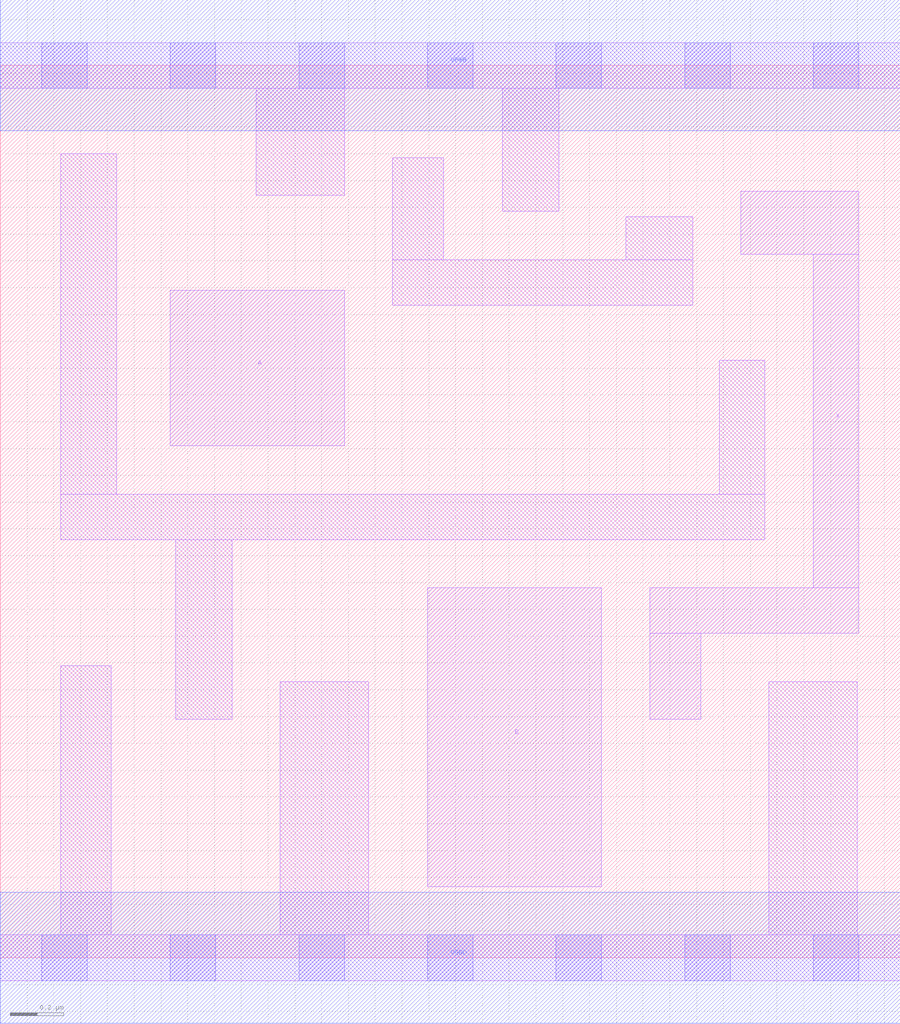
<source format=lef>
# Copyright 2020 The SkyWater PDK Authors
#
# Licensed under the Apache License, Version 2.0 (the "License");
# you may not use this file except in compliance with the License.
# You may obtain a copy of the License at
#
#     https://www.apache.org/licenses/LICENSE-2.0
#
# Unless required by applicable law or agreed to in writing, software
# distributed under the License is distributed on an "AS IS" BASIS,
# WITHOUT WARRANTIES OR CONDITIONS OF ANY KIND, either express or implied.
# See the License for the specific language governing permissions and
# limitations under the License.
#
# SPDX-License-Identifier: Apache-2.0

VERSION 5.7 ;
  NAMESCASESENSITIVE ON ;
  NOWIREEXTENSIONATPIN ON ;
  DIVIDERCHAR "/" ;
  BUSBITCHARS "[]" ;
UNITS
  DATABASE MICRONS 200 ;
END UNITS
MACRO sky130_fd_sc_lp__xor2_m
  CLASS CORE ;
  FOREIGN sky130_fd_sc_lp__xor2_m ;
  ORIGIN  0.000000  0.000000 ;
  SIZE  3.360000 BY  3.330000 ;
  SYMMETRY X Y R90 ;
  SITE unit ;
  PIN A
    ANTENNAGATEAREA  0.252000 ;
    DIRECTION INPUT ;
    USE SIGNAL ;
    PORT
      LAYER li1 ;
        RECT 0.635000 1.910000 1.285000 2.490000 ;
    END
  END A
  PIN B
    ANTENNAGATEAREA  0.252000 ;
    DIRECTION INPUT ;
    USE SIGNAL ;
    PORT
      LAYER li1 ;
        RECT 1.595000 0.265000 2.245000 1.380000 ;
    END
  END B
  PIN X
    ANTENNADIFFAREA  0.323400 ;
    DIRECTION OUTPUT ;
    USE SIGNAL ;
    PORT
      LAYER li1 ;
        RECT 2.425000 0.890000 2.615000 1.210000 ;
        RECT 2.425000 1.210000 3.205000 1.380000 ;
        RECT 2.765000 2.625000 3.205000 2.860000 ;
        RECT 3.035000 1.380000 3.205000 2.625000 ;
    END
  END X
  PIN VGND
    DIRECTION INOUT ;
    USE GROUND ;
    PORT
      LAYER met1 ;
        RECT 0.000000 -0.245000 3.360000 0.245000 ;
    END
  END VGND
  PIN VPWR
    DIRECTION INOUT ;
    USE POWER ;
    PORT
      LAYER met1 ;
        RECT 0.000000 3.085000 3.360000 3.575000 ;
    END
  END VPWR
  OBS
    LAYER li1 ;
      RECT 0.000000 -0.085000 3.360000 0.085000 ;
      RECT 0.000000  3.245000 3.360000 3.415000 ;
      RECT 0.225000  0.085000 0.415000 1.090000 ;
      RECT 0.225000  1.560000 2.855000 1.730000 ;
      RECT 0.225000  1.730000 0.435000 3.000000 ;
      RECT 0.655000  0.890000 0.865000 1.560000 ;
      RECT 0.955000  2.845000 1.285000 3.245000 ;
      RECT 1.045000  0.085000 1.375000 1.030000 ;
      RECT 1.465000  2.435000 2.585000 2.605000 ;
      RECT 1.465000  2.605000 1.655000 2.985000 ;
      RECT 1.875000  2.785000 2.085000 3.245000 ;
      RECT 2.335000  2.605000 2.585000 2.765000 ;
      RECT 2.685000  1.730000 2.855000 2.230000 ;
      RECT 2.870000  0.085000 3.200000 1.030000 ;
    LAYER mcon ;
      RECT 0.155000 -0.085000 0.325000 0.085000 ;
      RECT 0.155000  3.245000 0.325000 3.415000 ;
      RECT 0.635000 -0.085000 0.805000 0.085000 ;
      RECT 0.635000  3.245000 0.805000 3.415000 ;
      RECT 1.115000 -0.085000 1.285000 0.085000 ;
      RECT 1.115000  3.245000 1.285000 3.415000 ;
      RECT 1.595000 -0.085000 1.765000 0.085000 ;
      RECT 1.595000  3.245000 1.765000 3.415000 ;
      RECT 2.075000 -0.085000 2.245000 0.085000 ;
      RECT 2.075000  3.245000 2.245000 3.415000 ;
      RECT 2.555000 -0.085000 2.725000 0.085000 ;
      RECT 2.555000  3.245000 2.725000 3.415000 ;
      RECT 3.035000 -0.085000 3.205000 0.085000 ;
      RECT 3.035000  3.245000 3.205000 3.415000 ;
  END
END sky130_fd_sc_lp__xor2_m
END LIBRARY

</source>
